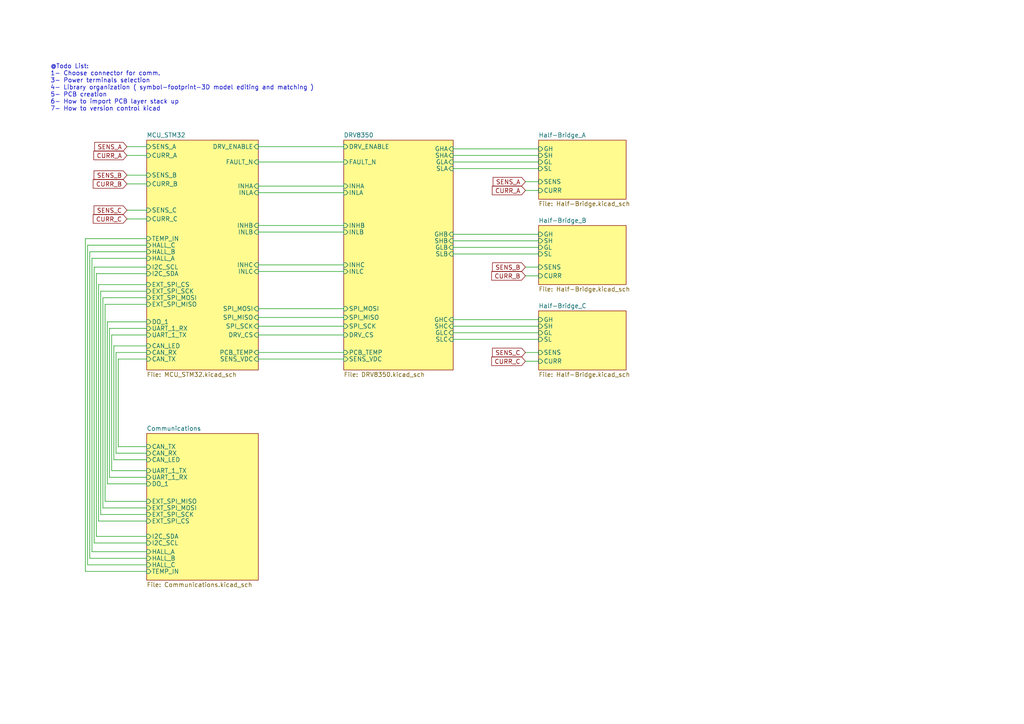
<source format=kicad_sch>
(kicad_sch (version 20230121) (generator eeschema)
  (paper "A4")
  (lib_symbols)
  (wire (pts (xy 152.4 52.705) (xy 156.21 52.705)))
  (wire (pts (xy 152.4 80.01) (xy 156.21 80.01)))
  (wire (pts (xy 131.445 94.615) (xy 156.21 94.615)))
  (wire (pts (xy 29.845 86.36) (xy 29.845 147.32)))
  (wire (pts (xy 131.445 71.755) (xy 156.21 71.755)))
  (wire (pts (xy 131.445 98.425) (xy 156.21 98.425)))
  (wire (pts (xy 31.75 138.43) (xy 42.545 138.43)))
  (wire (pts (xy 152.4 104.775) (xy 156.21 104.775)))
  (wire (pts (xy 33.655 131.445) (xy 42.545 131.445)))
  (wire (pts (xy 36.83 63.5) (xy 42.545 63.5)))
  (wire (pts (xy 28.575 82.55) (xy 28.575 151.13)))
  (wire (pts (xy 42.545 100.33) (xy 33.02 100.33)))
  (wire (pts (xy 42.545 86.36) (xy 29.845 86.36)))
  (wire (pts (xy 42.545 93.345) (xy 31.115 93.345)))
  (wire (pts (xy 31.115 93.345) (xy 31.115 140.335)))
  (wire (pts (xy 42.545 104.14) (xy 34.29 104.14)))
  (wire (pts (xy 42.545 77.47) (xy 27.305 77.47)))
  (wire (pts (xy 34.29 129.54) (xy 42.545 129.54)))
  (wire (pts (xy 74.93 94.615) (xy 99.695 94.615)))
  (wire (pts (xy 152.4 102.235) (xy 156.21 102.235)))
  (wire (pts (xy 74.93 67.31) (xy 99.695 67.31)))
  (wire (pts (xy 131.445 73.66) (xy 156.21 73.66)))
  (wire (pts (xy 131.445 92.71) (xy 156.21 92.71)))
  (wire (pts (xy 33.02 100.33) (xy 33.02 133.35)))
  (wire (pts (xy 26.035 161.925) (xy 42.545 161.925)))
  (wire (pts (xy 74.93 104.14) (xy 99.695 104.14)))
  (wire (pts (xy 28.575 151.13) (xy 42.545 151.13)))
  (wire (pts (xy 29.21 84.455) (xy 29.21 149.225)))
  (wire (pts (xy 131.445 96.52) (xy 156.21 96.52)))
  (wire (pts (xy 74.93 102.235) (xy 99.695 102.235)))
  (wire (pts (xy 42.545 74.93) (xy 26.67 74.93)))
  (wire (pts (xy 42.545 102.235) (xy 33.655 102.235)))
  (wire (pts (xy 24.765 69.215) (xy 24.765 165.735)))
  (wire (pts (xy 152.4 77.47) (xy 156.21 77.47)))
  (wire (pts (xy 131.445 43.18) (xy 156.21 43.18)))
  (wire (pts (xy 74.93 46.99) (xy 99.695 46.99)))
  (wire (pts (xy 74.93 65.405) (xy 99.695 65.405)))
  (wire (pts (xy 42.545 73.025) (xy 26.035 73.025)))
  (wire (pts (xy 42.545 69.215) (xy 24.765 69.215)))
  (wire (pts (xy 74.93 55.88) (xy 99.695 55.88)))
  (wire (pts (xy 74.93 78.74) (xy 99.695 78.74)))
  (wire (pts (xy 26.67 160.02) (xy 42.545 160.02)))
  (wire (pts (xy 32.385 97.155) (xy 32.385 136.525)))
  (wire (pts (xy 27.94 79.375) (xy 27.94 155.575)))
  (wire (pts (xy 74.93 97.155) (xy 99.695 97.155)))
  (wire (pts (xy 31.75 95.25) (xy 31.75 138.43)))
  (wire (pts (xy 131.445 67.945) (xy 156.21 67.945)))
  (wire (pts (xy 131.445 48.895) (xy 156.21 48.895)))
  (wire (pts (xy 42.545 88.265) (xy 30.48 88.265)))
  (wire (pts (xy 42.545 95.25) (xy 31.75 95.25)))
  (wire (pts (xy 25.4 71.12) (xy 25.4 163.83)))
  (wire (pts (xy 31.115 140.335) (xy 42.545 140.335)))
  (wire (pts (xy 131.445 46.99) (xy 156.21 46.99)))
  (wire (pts (xy 26.67 74.93) (xy 26.67 160.02)))
  (wire (pts (xy 74.93 92.075) (xy 99.695 92.075)))
  (wire (pts (xy 74.93 89.535) (xy 99.695 89.535)))
  (wire (pts (xy 42.545 79.375) (xy 27.94 79.375)))
  (wire (pts (xy 29.845 147.32) (xy 42.545 147.32)))
  (wire (pts (xy 42.545 84.455) (xy 29.21 84.455)))
  (wire (pts (xy 36.83 60.96) (xy 42.545 60.96)))
  (wire (pts (xy 152.4 55.245) (xy 156.21 55.245)))
  (wire (pts (xy 36.83 50.8) (xy 42.545 50.8)))
  (wire (pts (xy 42.545 97.155) (xy 32.385 97.155)))
  (wire (pts (xy 36.83 45.085) (xy 42.545 45.085)))
  (wire (pts (xy 27.305 157.48) (xy 42.545 157.48)))
  (wire (pts (xy 30.48 145.415) (xy 42.545 145.415)))
  (wire (pts (xy 27.305 77.47) (xy 27.305 157.48)))
  (wire (pts (xy 33.02 133.35) (xy 42.545 133.35)))
  (wire (pts (xy 131.445 45.085) (xy 156.21 45.085)))
  (wire (pts (xy 30.48 88.265) (xy 30.48 145.415)))
  (wire (pts (xy 131.445 69.85) (xy 156.21 69.85)))
  (wire (pts (xy 74.93 53.975) (xy 99.695 53.975)))
  (wire (pts (xy 29.21 149.225) (xy 42.545 149.225)))
  (wire (pts (xy 74.93 76.835) (xy 99.695 76.835)))
  (wire (pts (xy 34.29 104.14) (xy 34.29 129.54)))
  (wire (pts (xy 42.545 82.55) (xy 28.575 82.55)))
  (wire (pts (xy 24.765 165.735) (xy 42.545 165.735)))
  (wire (pts (xy 33.655 102.235) (xy 33.655 131.445)))
  (wire (pts (xy 36.83 53.34) (xy 42.545 53.34)))
  (wire (pts (xy 74.93 42.545) (xy 99.695 42.545)))
  (wire (pts (xy 32.385 136.525) (xy 42.545 136.525)))
  (wire (pts (xy 26.035 73.025) (xy 26.035 161.925)))
  (wire (pts (xy 27.94 155.575) (xy 42.545 155.575)))
  (wire (pts (xy 36.83 42.545) (xy 42.545 42.545)))
  (wire (pts (xy 42.545 71.12) (xy 25.4 71.12)))
  (wire (pts (xy 25.4 163.83) (xy 42.545 163.83)))
  (text "@Todo List:\n1- Choose connector for comm.\n3- Power terminals selection\n4- Library organization ( symbol-footprint-3D model editing and matching )\n5- PCB creation\n6- How to import PCB layer stack up\n7- How to version control kicad" (at 14.605 32.385 0) (effects (font (size 1.27 1.27)) (justify left bottom)))
  (global_label "SENS_B" (shape input) (at 36.83 50.8 180) (property "Intersheetrefs" "${INTERSHEET_REFS}" (effects hide)))
  (global_label "CURR_B" (shape input) (at 36.83 53.34 180) (property "Intersheetrefs" "${INTERSHEET_REFS}" (effects hide)))
  (global_label "SENS_B" (shape input) (at 152.4 77.47 180) (property "Intersheetrefs" "${INTERSHEET_REFS}" (effects hide)))
  (global_label "SENS_A" (shape input) (at 36.83 42.545 180) (property "Intersheetrefs" "${INTERSHEET_REFS}" (effects hide)))
  (global_label "SENS_C" (shape input) (at 36.83 60.96 180) (property "Intersheetrefs" "${INTERSHEET_REFS}" (effects hide)))
  (global_label "SENS_C" (shape input) (at 152.4 102.235 180) (property "Intersheetrefs" "${INTERSHEET_REFS}" (effects hide)))
  (global_label "CURR_A" (shape input) (at 36.83 45.085 180) (property "Intersheetrefs" "${INTERSHEET_REFS}" (effects hide)))
  (global_label "CURR_C" (shape input) (at 36.83 63.5 180) (property "Intersheetrefs" "${INTERSHEET_REFS}" (effects hide)))
  (global_label "SENS_A" (shape input) (at 152.4 52.705 180) (property "Intersheetrefs" "${INTERSHEET_REFS}" (effects hide)))
  (global_label "CURR_B" (shape input) (at 152.4 80.01 180) (property "Intersheetrefs" "${INTERSHEET_REFS}" (effects hide)))
  (global_label "CURR_C" (shape input) (at 152.4 104.775 180) (property "Intersheetrefs" "${INTERSHEET_REFS}" (effects hide)))
  (global_label "CURR_A" (shape input) (at 152.4 55.245 180) (property "Intersheetrefs" "${INTERSHEET_REFS}" (effects hide)))
  (sheet (at 42.545 125.73) (size 32.385 42.545) (stroke (width 0.1524)) (fill (color 255 245 0 0.4400))
    (property "Sheetname" "Communications" (at 42.545 125.0184 0) (effects (justify left bottom)))
    (property "Sheetfile" "Communications.kicad_sch" (at 42.545 168.8596 0) (effects (justify left top)))
    (pin "CAN_TX" input (at 42.545 129.54 180))
    (pin "CAN_RX" input (at 42.545 131.445 180))
    (pin "CAN_LED" input (at 42.545 133.35 180))
    (pin "UART_1_TX" input (at 42.545 136.525 180))
    (pin "UART_1_RX" input (at 42.545 138.43 180))
    (pin "DO_1" input (at 42.545 140.335 180))
    (pin "EXT_SPI_CS" input (at 42.545 151.13 180))
    (pin "I2C_SDA" input (at 42.545 155.575 180))
    (pin "I2C_SCL" input (at 42.545 157.48 180))
    (pin "EXT_SPI_SCK" input (at 42.545 149.225 180))
    (pin "EXT_SPI_MOSI" input (at 42.545 147.32 180))
    (pin "EXT_SPI_MISO" input (at 42.545 145.415 180))
    (pin "HALL_C" input (at 42.545 163.83 180))
    (pin "HALL_B" input (at 42.545 161.925 180))
    (pin "HALL_A" input (at 42.545 160.02 180))
    (pin "TEMP_IN" input (at 42.545 165.735 180))
  )
  (sheet (at 156.21 65.405) (size 25.4 17.145) (stroke (width 0.1524)) (fill (color 255 245 0 0.4392))
    (property "Sheetname" "Half-Bridge_B" (at 156.21 64.6934 0) (effects (justify left bottom)))
    (property "Sheetfile" "Half-Bridge.kicad_sch" (at 156.21 83.1346 0) (effects (justify left top)))
    (pin "GH" input (at 156.21 67.945 180))
    (pin "GL" input (at 156.21 71.755 180))
    (pin "SL" input (at 156.21 73.66 180))
    (pin "SH" input (at 156.21 69.85 180))
    (pin "CURR" input (at 156.21 80.01 180))
    (pin "SENS" input (at 156.21 77.47 180))
  )
  (sheet (at 156.21 90.17) (size 25.4 17.145) (stroke (width 0.1524)) (fill (color 255 245 0 0.4392))
    (property "Sheetname" "Half-Bridge_C" (at 156.21 89.4584 0) (effects (justify left bottom)))
    (property "Sheetfile" "Half-Bridge.kicad_sch" (at 156.21 107.8996 0) (effects (justify left top)))
    (pin "GH" input (at 156.21 92.71 180))
    (pin "GL" input (at 156.21 96.52 180))
    (pin "SL" input (at 156.21 98.425 180))
    (pin "SH" input (at 156.21 94.615 180))
    (pin "CURR" input (at 156.21 104.775 180))
    (pin "SENS" input (at 156.21 102.235 180))
  )
  (sheet (at 42.545 40.64) (size 32.385 66.675) (stroke (width 0.1524)) (fill (color 255 245 0 0.4392))
    (property "Sheetname" "MCU_STM32" (at 42.545 39.9284 0) (effects (justify left bottom)))
    (property "Sheetfile" "MCU_STM32.kicad_sch" (at 42.545 107.8996 0) (effects (justify left top)))
    (pin "INHA" input (at 74.93 53.975 0))
    (pin "INHB" input (at 74.93 65.405 0))
    (pin "INHC" input (at 74.93 76.835 0))
    (pin "INLC" input (at 74.93 78.74 0))
    (pin "DRV_ENABLE" input (at 74.93 42.545 0))
    (pin "FAULT_N" input (at 74.93 46.99 0))
    (pin "INLA" input (at 74.93 55.88 0))
    (pin "INLB" input (at 74.93 67.31 0))
    (pin "SPI_MOSI" input (at 74.93 89.535 0))
    (pin "SPI_MISO" input (at 74.93 92.075 0))
    (pin "DRV_CS" input (at 74.93 97.155 0))
    (pin "SPI_SCK" input (at 74.93 94.615 0))
    (pin "SENS_A" input (at 42.545 42.545 180))
    (pin "CURR_A" input (at 42.545 45.085 180))
    (pin "CURR_B" input (at 42.545 53.34 180))
    (pin "SENS_B" input (at 42.545 50.8 180))
    (pin "CURR_C" input (at 42.545 63.5 180))
    (pin "SENS_C" input (at 42.545 60.96 180))
    (pin "SENS_VDC" input (at 74.93 104.14 0))
    (pin "CAN_TX" input (at 42.545 104.14 180))
    (pin "CAN_RX" input (at 42.545 102.235 180))
    (pin "CAN_LED" input (at 42.545 100.33 180))
    (pin "UART_1_RX" input (at 42.545 95.25 180))
    (pin "DO_1" input (at 42.545 93.345 180))
    (pin "UART_1_TX" input (at 42.545 97.155 180))
    (pin "EXT_SPI_SCK" input (at 42.545 84.455 180))
    (pin "EXT_SPI_MOSI" input (at 42.545 86.36 180))
    (pin "EXT_SPI_MISO" input (at 42.545 88.265 180))
    (pin "EXT_SPI_CS" input (at 42.545 82.55 180))
    (pin "I2C_SDA" input (at 42.545 79.375 180))
    (pin "I2C_SCL" input (at 42.545 77.47 180))
    (pin "HALL_B" input (at 42.545 73.025 180))
    (pin "HALL_A" input (at 42.545 74.93 180))
    (pin "HALL_C" input (at 42.545 71.12 180))
    (pin "TEMP_IN" input (at 42.545 69.215 180))
    (pin "PCB_TEMP" input (at 74.93 102.235 0))
  )
  (sheet (at 156.21 40.64) (size 25.4 17.145) (stroke (width 0.1524)) (fill (color 255 245 0 0.4392))
    (property "Sheetname" "Half-Bridge_A" (at 156.21 39.9284 0) (effects (justify left bottom)))
    (property "Sheetfile" "Half-Bridge.kicad_sch" (at 156.21 58.3696 0) (effects (justify left top)))
    (pin "GH" input (at 156.21 43.18 180))
    (pin "GL" input (at 156.21 46.99 180))
    (pin "SL" input (at 156.21 48.895 180))
    (pin "SH" input (at 156.21 45.085 180))
    (pin "CURR" input (at 156.21 55.245 180))
    (pin "SENS" input (at 156.21 52.705 180))
  )
  (sheet (at 99.695 40.64) (size 31.75 66.675) (stroke (width 0.1524)) (fill (color 255 245 0 0.4392))
    (property "Sheetname" "DRV8350" (at 99.695 39.9284 0) (effects (justify left bottom)))
    (property "Sheetfile" "DRV8350.kicad_sch" (at 99.695 107.8996 0) (effects (justify left top)))
    (pin "INHC" input (at 99.695 76.835 180))
    (pin "INLB" input (at 99.695 67.31 180))
    (pin "INLC" input (at 99.695 78.74 180))
    (pin "INHA" input (at 99.695 53.975 180))
    (pin "INLA" input (at 99.695 55.88 180))
    (pin "INHB" input (at 99.695 65.405 180))
    (pin "DRV_ENABLE" input (at 99.695 42.545 180))
    (pin "SHA" input (at 131.445 45.085 0))
    (pin "GLA" input (at 131.445 46.99 0))
    (pin "GHA" input (at 131.445 43.18 0))
    (pin "SLC" input (at 131.445 98.425 0))
    (pin "SHC" input (at 131.445 94.615 0))
    (pin "GLC" input (at 131.445 96.52 0))
    (pin "SLB" input (at 131.445 73.66 0))
    (pin "GHC" input (at 131.445 92.71 0))
    (pin "SHB" input (at 131.445 69.85 0))
    (pin "GLB" input (at 131.445 71.755 0))
    (pin "GHB" input (at 131.445 67.945 0))
    (pin "SLA" input (at 131.445 48.895 0))
    (pin "FAULT_N" input (at 99.695 46.99 180))
    (pin "DRV_CS" input (at 99.695 97.155 180))
    (pin "SPI_MISO" input (at 99.695 92.075 180))
    (pin "SPI_SCK" input (at 99.695 94.615 180))
    (pin "SPI_MOSI" input (at 99.695 89.535 180))
    (pin "SENS_VDC" input (at 99.695 104.14 180))
    (pin "PCB_TEMP" input (at 99.695 102.235 180))
  )
)
</source>
